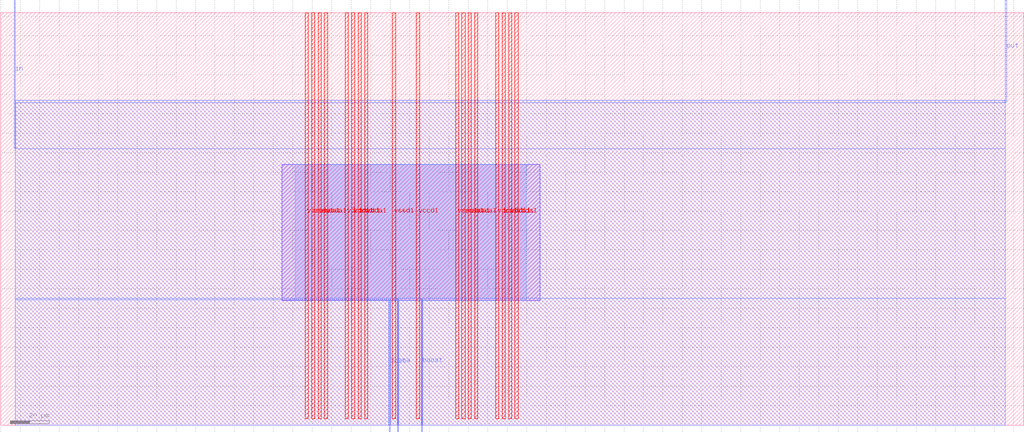
<source format=lef>
VERSION 5.7 ;
  NOWIREEXTENSIONATPIN ON ;
  DIVIDERCHAR "/" ;
  BUSBITCHARS "[]" ;
MACRO sky130_ef_ip__xtal_osc_32k_DI
  CLASS BLOCK ;
  FOREIGN sky130_ef_ip__xtal_osc_32k_DI ;
  ORIGIN 0.000 0.000 ;
  SIZE 525.300 BY 211.800 ;
  PIN boost
    ANTENNAGATEAREA 0.510000 ;
    ANTENNADIFFAREA 0.202500 ;
    PORT
      LAYER met2 ;
        RECT 216.195 -3.280 216.475 64.930 ;
    END
  END boost
  PIN ena
    ANTENNAGATEAREA 0.585000 ;
    ANTENNADIFFAREA 0.202500 ;
    PORT
      LAYER met2 ;
        RECT 203.780 -3.280 204.060 64.930 ;
    END
  END ena
  PIN out
    PORT
      LAYER met2 ;
        RECT 515.825 165.865 516.465 218.525 ;
    END
  END out
  PIN in
    ANTENNAGATEAREA 0.420000 ;
    ANTENNADIFFAREA 0.526800 ;
    PORT
      LAYER met2 ;
        RECT 6.825 142.320 7.465 218.525 ;
    END
  END in
  PIN dout
    PORT
      LAYER met2 ;
        RECT 199.580 -3.280 199.860 64.155 ;
    END
  END dout
  PIN vdda1
    ANTENNADIFFAREA 200.228592 ;
    PORT
      LAYER met4 ;
        RECT 186.835 3.300 188.435 211.800 ;
    END
    PORT
      LAYER met4 ;
        RECT 180.235 3.300 181.835 211.800 ;
    END
    PORT
      LAYER met4 ;
        RECT 176.935 3.300 178.535 211.800 ;
    END
    PORT
      LAYER met4 ;
        RECT 183.535 3.300 185.135 211.800 ;
    END
    PORT
      LAYER met4 ;
        RECT 257.420 3.300 259.020 211.800 ;
    END
    PORT
      LAYER met4 ;
        RECT 254.120 3.300 255.720 211.800 ;
    END
    PORT
      LAYER met4 ;
        RECT 260.720 3.300 262.320 211.800 ;
    END
    PORT
      LAYER met4 ;
        RECT 264.020 3.300 265.620 211.800 ;
    END
  END vdda1
  PIN vssa1
    ANTENNADIFFAREA 167.107590 ;
    PORT
      LAYER met4 ;
        RECT 166.215 3.300 167.815 211.800 ;
    END
    PORT
      LAYER met4 ;
        RECT 159.615 3.300 161.215 211.800 ;
    END
    PORT
      LAYER met4 ;
        RECT 156.315 3.300 157.915 211.800 ;
    END
    PORT
      LAYER met4 ;
        RECT 162.915 3.300 164.515 211.800 ;
    END
    PORT
      LAYER met4 ;
        RECT 243.400 3.300 245.000 211.800 ;
    END
    PORT
      LAYER met4 ;
        RECT 236.800 3.300 238.400 211.800 ;
    END
    PORT
      LAYER met4 ;
        RECT 240.100 3.300 241.700 211.800 ;
    END
    PORT
      LAYER met4 ;
        RECT 233.500 3.300 235.100 211.800 ;
    END
  END vssa1
  PIN vssd1
    ANTENNADIFFAREA 15.428800 ;
    PORT
      LAYER met4 ;
        RECT 201.105 3.300 202.705 211.800 ;
    END
  END vssd1
  PIN vccd1
    ANTENNADIFFAREA 4.959600 ;
    PORT
      LAYER met4 ;
        RECT 213.440 3.300 215.040 211.800 ;
    END
  END vccd1
  OBS
      LAYER li1 ;
        RECT 144.605 64.060 276.725 133.815 ;
      LAYER met1 ;
        RECT 144.345 63.930 276.985 134.100 ;
      LAYER met2 ;
        RECT 7.745 165.585 515.545 166.965 ;
        RECT 7.745 142.040 515.825 165.585 ;
        RECT 7.465 65.210 515.825 142.040 ;
        RECT 7.465 64.435 203.500 65.210 ;
        RECT 7.465 0.000 199.300 64.435 ;
        RECT 200.140 0.000 203.500 64.435 ;
        RECT 204.340 0.000 215.915 65.210 ;
        RECT 216.755 0.000 515.825 65.210 ;
      LAYER met3 ;
        RECT 151.100 63.930 269.710 134.100 ;
  END
END sky130_ef_ip__xtal_osc_32k_DI
END LIBRARY


</source>
